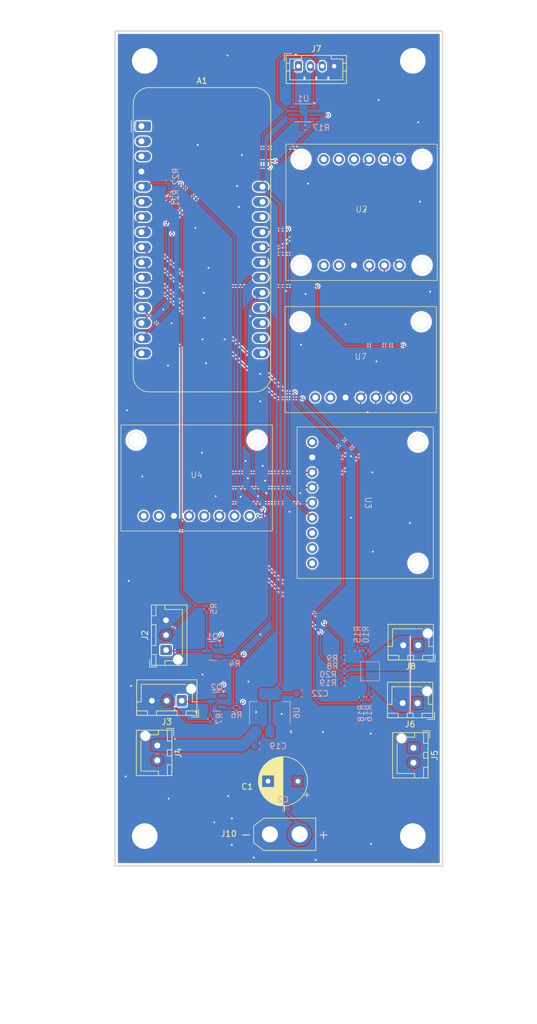
<source format=kicad_pcb>
(kicad_pcb (version 20241229) (generator "pcbnew") (generator_version "9.0")
  (layers (0 "F.Cu" signal) (4 "In1.Cu" power) (6 "In2.Cu" power) (2 "B.Cu" signal) (13 "F.Paste" user) (15 "B.Paste" user) (5 "F.SilkS" user "F.Silkscreen") (7 "B.SilkS" user "B.Silkscreen") (1 "F.Mask" user) (3 "B.Mask" user) (25 "Edge.Cuts" user))
  (net 0 "")
  (net 1 "/ALT_CS")
  (net 2 "/MAG_CS")
  (net 4 "/UART0_RX")
  (net 5 "/IMU_CS")
  (net 6 "/IMU_INT1")
  (net 8 "+5V")
  (net 9 "/PYC1")
  (net 10 "/SRV1")
  (net 11 "/MISO")
  (net 12 "/IMU_RST")
  (net 13 "/PYR1")
  (net 14 "/UART0_TX")
  (net 15 "GND")
  (net 17 "/PYC2")
  (net 18 "/VINSENSE")
  (net 21 "/PYR2")
  (net 22 "/SCK")
  (net 24 "/MOSI")
  (net 25 "/SRV2")
  (net 26 "/SD_CS")
  (net 28 "+3V3")
  (net 29 "VIN")
  (net 30 "/SRV1O")
  (net 31 "/SRV2O")
  (net 32 "VBAT")
  (net 33 "/PYO1")
  (net 34 "VPYRO")
  (net 35 "/RX0")
  (net 36 "/TX0")
  (net 37 "/PYO2")
  (net 38 "Net-(U5B-G)")
  (net 39 "/UART_EN")
  (net 40 "Net-(U5A-G)")
  (footprint "MountingHole:MountingHole_4.3mm_M4_DIN965_Pad_TopBottom" (layer "F.Cu") (at 130.5 25)
    (property "Reference" "H3" (hide yes))
    (property "Value" "MountingHole_Pad" (hide yes))
  )
  (footprint "MountingHole:MountingHole_4.3mm_M4_DIN965_Pad_TopBottom" (layer "F.Cu") (at 175.5 25)
    (property "Reference" "H4" (hide yes))
    (property "Value" "MountingHole_Pad" (hide yes))
  )
  (footprint "Connector_JST:JST_XH_B2B-XH-AM_1x02_P2.50mm_Vertical" (layer "F.Cu") (at 176.4 123 180)
    (property "Reference" "J8")
    (property "Value" "PYRO 2")
  )
  (footprint "MountingHole:MountingHole_4.3mm_M4_DIN965_Pad_TopBottom" (layer "F.Cu") (at 130.5 155)
    (property "Reference" "H1" (hide yes))
    (property "Value" "MountingHole_Pad" (hide yes))
  )
  (footprint "Connector_AMASS:AMASS_XT30U-F_1x02_P5.0mm_Vertical" (layer "F.Cu") (at 151.5 154.7)
    (property "Reference" "J10")
    (property "Value" "BATT")
  )
  (footprint "AdafruitBreakouts:BNO085_Breakout_Footprint" (layer "F.Cu") (at 166.9 50.4)
    (property "Reference" "U2")
    (property "Value" "BNO085")
    (fp_circle (center -10.16 -8.89) (end -8.86 -8.89) (stroke (width 0.05)) (fill no) (layer "Edge.Cuts"))
    (fp_circle (center -10.16 8.89) (end -8.86 8.89) (stroke (width 0.05)) (fill no) (layer "Edge.Cuts"))
    (fp_circle (center 10.16 -8.89) (end 11.46 -8.89) (stroke (width 0.05)) (fill no) (layer "Edge.Cuts"))
    (fp_circle (center 10.16 8.89) (end 11.46 8.89) (stroke (width 0.05)) (fill no) (layer "Edge.Cuts"))
  )
  (footprint "Capacitor_THT:CP_Radial_D8.0mm_P5.00mm" (layer "F.Cu") (at 156.202651 145.8 180)
    (property "Reference" "C1")
    (property "Value" "100uF" (hide yes))
  )
  (footprint "Connector_JST:JST_XH_B2B-XH-AM_1x02_P2.50mm_Vertical" (layer "F.Cu") (at 175.6 140.2 -90)
    (property "Reference" "J5")
    (property "Value" "PYRO ARM")
  )
  (footprint "Connector_JST:JST_XH_B2B-XH-AM_1x02_P2.50mm_Vertical" (layer "F.Cu") (at 132.6 139.8 -90)
    (property "Reference" "J4")
    (property "Value" "ELEC ARM")
  )
  (footprint "Connector_JST:JST_XH_B3B-XH-AM_1x03_P2.50mm_Vertical" (layer "F.Cu") (at 134.075 123.8 90)
    (property "Reference" "J2")
    (property "Value" "SRV 1")
  )
  (footprint "Connector_JST:JST_PH_B4B-PH-K_1x04_P2.00mm_Vertical" (layer "F.Cu") (at 156.3 25.9)
    (property "Reference" "J7")
    (property "Value" "UART1 5V")
  )
  (footprint "AdafruitBreakouts:LIS2MDL_Breakout_Footprint" (layer "F.Cu") (at 166.75 75.1)
    (property "Reference" "U7")
    (property "Value" "LIS2MDL")
    (fp_circle (center -10.16 -6.35) (end -8.86 -6.35) (stroke (width 0.05)) (fill no) (layer "Edge.Cuts"))
    (fp_circle (center 10.16 -6.35) (end 11.46 -6.35) (stroke (width 0.05)) (fill no) (layer "Edge.Cuts"))
  )
  (footprint "AdafruitBreakouts:SD_Breakout_Footprint" (layer "F.Cu") (at 167.5 99.1 -90)
    (property "Reference" "U3")
    (property "Value" "SD")
    (fp_circle (center -10.16 -8.86) (end -8.86 -8.86) (stroke (width 0.05)) (fill no) (layer "Edge.Cuts"))
    (fp_circle (center 10.16 -8.86) (end 11.46 -8.86) (stroke (width 0.05)) (fill no) (layer "Edge.Cuts"))
  )
  (footprint "MountingHole:MountingHole_4.3mm_M4_DIN965_Pad_TopBottom" (layer "F.Cu") (at 175.5 155)
    (property "Reference" "H2" (hide yes))
    (property "Value" "MountingHole_Pad" (hide yes))
  )
  (footprint "AdafruitBreakouts:BMP390_Breakout_Footprint" (layer "F.Cu") (at 139.21 94.95)
    (property "Reference" "U4")
    (property "Value" "BMP390")
    (fp_circle (center -10.16 -6.35) (end -8.86 -6.35) (stroke (width 0.05)) (fill no) (layer "Edge.Cuts"))
    (fp_circle (center 10.16 -6.35) (end 11.46 -6.35) (stroke (width 0.05)) (fill no) (layer "Edge.Cuts"))
  )
  (footprint "Connector_JST:JST_XH_B2B-XH-AM_1x02_P2.50mm_Vertical" (layer "F.Cu") (at 176.3 132.7 180)
    (property "Reference" "J6")
    (property "Value" "PYRO 1")
  )
  (footprint "Connector_JST:JST_XH_B3B-XH-AM_1x03_P2.50mm_Vertical" (layer "F.Cu") (at 136.7 132.3 180)
    (property "Reference" "J3")
    (property "Value" "SRV 2")
  )
  (footprint "Module:Adafruit_Feather" (layer "F.Cu") (at 129.9475 35.95)
    (property "Reference" "A1")
    (property "Value" "Adafruit_Feather_Generic")
  )
  (footprint "Capacitor_SMD:C_0603_1608Metric" (layer "B.Cu") (at 153.72 150.3 180)
    (property "Reference" "C2")
    (property "Value" "10uF" (hide yes))
  )
  (footprint "Resistor_SMD:R_0402_1005Metric" (layer "B.Cu") (at 141.5 135.31 -90)
    (property "Reference" "R7")
    (property "Value" "10k" (hide yes))
  )
  (footprint "Resistor_SMD:R_0402_1005Metric" (layer "B.Cu") (at 163.99 128.1 180)
    (property "Reference" "R20")
    (property "Value" "1k" (hide yes))
  )
  (footprint "Resistor_SMD:R_0402_1005Metric" (layer "B.Cu") (at 145.9 133.5)
    (property "Reference" "R6")
    (property "Value" "10k" (hide yes))
  )
  (footprint "Resistor_SMD:R_0402_1005Metric" (layer "B.Cu") (at 168.1 131.7 -90)
    (property "Reference" "R16")
    (property "Value" "180k" (hide yes))
  )
  (footprint "Resistor_SMD:R_0402_1005Metric" (layer "B.Cu") (at 140.9 116.89 90)
    (property "Reference" "R5")
    (property "Value" "10k" (hide yes))
  )
  (footprint "Package_TO_SOT_SMD:SOT-23" (layer "B.Cu") (at 142.5625 132.45 180)
    (property "Reference" "Q2")
    (property "Value" "BSS138" (hide yes))
  )
  (footprint "Package_TO_SOT_SMD:SOT-23" (layer "B.Cu") (at 141.8625 123.95 180)
    (property "Reference" "Q1")
    (property "Value" "BSS138" (hide yes))
  )
  (footprint "Capacitor_SMD:C_0603_1608Metric" (layer "B.Cu") (at 156.825 131.1)
    (property "Reference" "C22")
    (property "Value" "22uF" (hide yes))
  )
  (footprint "Capacitor_SMD:C_0603_1608Metric" (layer "B.Cu") (at 149.72 139.9)
    (property "Reference" "C19")
    (property "Value" "10uF" (hide yes))
  )
  (footprint "FCU2025Lib:SQJ500AEP-T1_GE3_VIS" (layer "B.Cu") (at 168.12 127.375)
    (property "Reference" "U5" (hide yes))
    (property "Value" "~" (hide yes))
  )
  (footprint "Package_SO:SSOP-8_2.95x2.8mm_P0.65mm" (layer "B.Cu") (at 157.1 33.725 180)
    (property "Reference" "U1")
    (property "Value" "TXS0102DCT" (hide yes))
  )
  (footprint "Resistor_SMD:R_0402_1005Metric" (layer "B.Cu") (at 163.99 129.4)
    (property "Reference" "R19")
    (property "Value" "3.3k" (hide yes))
  )
  (footprint "Resistor_SMD:R_0402_1005Metric" (layer "B.Cu") (at 167.6 123.9 90)
    (property "Reference" "R10")
    (property "Value" "180k" (hide yes))
  )
  (footprint "Resistor_SMD:R_0402_1005Metric" (layer "B.Cu") (at 134.5 47.6 90)
    (property "Reference" "R21")
    (property "Value" "180k" (hide yes))
  )
  (footprint "Resistor_SMD:R_0402_1005Metric" (layer "B.Cu") (at 164 126.5 180)
    (property "Reference" "R8")
    (property "Value" "1k" (hide yes))
  )
  (footprint "Resistor_SMD:R_0402_1005Metric" (layer "B.Cu") (at 145.6 124.9)
    (property "Reference" "R4")
    (property "Value" "10k" (hide yes))
  )
  (footprint "Resistor_SMD:R_0402_1005Metric" (layer "B.Cu") (at 157.4 36.2 180)
    (property "Reference" "R17")
    (property "Value" "10k" (hide yes))
  )
  (footprint "Resistor_SMD:R_0402_1005Metric" (layer "B.Cu") (at 166.9 131.71 -90)
    (property "Reference" "R18")
    (property "Value" "56k" (hide yes))
  )
  (footprint "Package_TO_SOT_SMD:SOT-223-3_TabPin2" (layer "B.Cu") (at 151.5 134.35 90)
    (property "Reference" "U6")
    (property "Value" "AMS1117-5.0" (hide yes))
  )
  (footprint "Resistor_SMD:R_0402_1005Metric" (layer "B.Cu") (at 164 125.1)
    (property "Reference" "R9")
    (property "Value" "3.3k" (hide yes))
  )
  (footprint "Resistor_SMD:R_0402_1005Metric" (layer "B.Cu") (at 134.5 45.1 -90)
    (property "Reference" "R22")
    (property "Value" "56k" (hide yes))
  )
  (footprint "Resistor_SMD:R_0402_1005Metric" (layer "B.Cu") (at 166.2 123.9 90)
    (property "Reference" "R15")
    (property "Value" "56k" (hide yes))
  )
  (gr_rect (start 125.5 20) (end 180.5 160) (stroke (width 0.2)) (fill no) (layer "Edge.Cuts"))
  (segment (start 133.55 48.65) (end 129.9475 48.65) (width 0.25) (layer "F.Cu") (net 1))
  (segment (start 136.6 45.6) (end 133.55 48.65) (width 0.25) (layer "F.Cu") (net 1))
  (via (at 136.6 45.6) (size 0.6) (drill 0.3) (layers "F.Cu" "B.Cu") (net 1))
  (segment (start 145.56 101.3) (end 145.56 54.56) (width 0.25) (layer "B.Cu") (net 1))
  (segment (start 145.56 54.56) (end 136.6 45.6) (width 0.25) (layer "B.Cu") (net 1))
  (segment (start 128.6215 54.196404) (end 128.6215 52.516) (width 0.25) (layer "F.Cu") (net 2))
  (segment (start 174.37 73.17) (end 173.9 72.7) (width 0.25) (layer "F.Cu") (net 2))
  (segment (start 174.37 81.45) (end 174.37 73.17) (width 0.25) (layer "F.Cu") (net 2))
  (segment (start 159.464 62.764) (end 138.833904 62.764) (width 0.25) (layer "F.Cu") (net 2))
  (segment (start 129.325096 54.9) (end 128.6215 54.196404) (width 0.25) (layer "F.Cu") (net 2))
  (segment (start 130.969904 54.9) (end 129.325096 54.9) (width 0.25) (layer "F.Cu") (net 2))
  (segment (start 159.5 62.8) (end 159.464 62.764) (width 0.25) (layer "F.Cu") (net 2))
  (segment (start 128.6215 52.516) (end 129.9475 51.19) (width 0.25) (layer "F.Cu") (net 2))
  (segment (start 138.833904 62.764) (end 130.969904 54.9) (width 0.25) (layer "F.Cu") (net 2))
  (via (at 159.5 62.8) (size 0.6) (drill 0.3) (layers "F.Cu" "B.Cu") (net 2))
  (via (at 173.9 72.7) (size 0.6) (drill 0.3) (layers "F.Cu" "B.Cu") (net 2))
  (segment (start 164.1 72.7) (end 173.9 72.7) (width 0.25) (layer "B.Cu") (net 2))
  (segment (start 159.5 62.8) (end 159.5 68.1) (width 0.25) (layer "B.Cu") (net 2))
  (segment (start 159.5 68.1) (end 164.1 72.7) (width 0.25) (layer "B.Cu") (net 2))
  (segment (start 134.1 52.3) (end 144.6 41.8) (width 0.25) (layer "F.Cu") (net 4))
  (segment (start 144.6 41.8) (end 152.4 41.8) (width 0.25) (layer "F.Cu") (net 4))
  (via (at 152.4 41.8) (size 0.6) (drill 0.3) (layers "F.Cu" "B.Cu") (net 4))
  (via (at 134.1 52.3) (size 0.6) (drill 0.3) (layers "F.Cu" "B.Cu") (net 4))
  (segment (start 158.8 36.285694) (end 158.8 34.7) (width 0.25) (layer "B.Cu") (net 4))
  (segment (start 134.1 64.8175) (end 134.1 52.3) (width 0.25) (layer "B.Cu") (net 4))
  (segment (start 153.285694 41.8) (end 158.8 36.285694) (width 0.25) (layer "B.Cu") (net 4))
  (segment (start 152.4 41.8) (end 153.285694 41.8) (width 0.25) (layer "B.Cu") (net 4))
  (segment (start 129.9475 68.97) (end 134.1 64.8175) (width 0.25) (layer "B.Cu") (net 4))
  (segment (start 144.0935 39.584) (end 129.9475 53.73) (width 0.25) (layer "F.Cu") (net 5))
  (segment (start 171.324 39.584) (end 144.0935 39.584) (width 0.25) (layer "F.Cu") (net 5))
  (segment (start 173.25 41.51) (end 171.324 39.584) (width 0.25) (layer "F.Cu") (net 5))
  (segment (start 171.324 57.364) (end 151.7135 57.364) (width 0.25) (layer "F.Cu") (net 6))
  (segment (start 173.25 59.29) (end 171.324 57.364) (width 0.25) (layer "F.Cu") (net 6))
  (segment (start 151.7135 57.364) (end 150.2675 58.81) (width 0.25) (layer "F.Cu") (net 6))
  (segment (start 152.8 24.9) (end 152.8 31.752) (width 0.25) (layer "B.Cu") (net 8))
  (segment (start 151.6 131.1) (end 151.5 131.2) (width 0.25) (layer "B.Cu") (net 8))
  (segment (start 151.5 131.2) (end 152.5 130.2) (width 0.25) (layer "B.Cu") (net 8))
  (segment (start 153.3 129.4) (end 153.3 49.1425) (width 0.5) (layer "B.Cu") (net 8))
  (segment (start 152.8 31.752) (end 154.448 33.4) (width 0.25) (layer "B.Cu") (net 8))
  (segment (start 153.6 24.1) (end 152.8 24.9) (width 0.25) (layer "B.Cu") (net 8))
  (segment (start 150.2675 37.5805) (end 154.448 33.4) (width 0.25) (layer "B.Cu") (net 8))
  (segment (start 151.5 137.5) (end 151.5 131.2) (width 0.5) (layer "B.Cu") (net 8))
  (segment (start 150.2675 46.11) (end 150.2675 37.5805) (width 0.25) (layer "B.Cu") (net 8))
  (segment (start 154.448 33.4) (end 155.4 33.4) (width 0.25) (layer "B.Cu") (net 8))
  (segment (start 160.3 25.9) (end 158.5 24.1) (width 0.25) (layer "B.Cu") (net 8))
  (segment (start 158.5 24.1) (end 153.6 24.1) (width 0.25) (layer "B.Cu") (net 8))
  (segment (start 152.5 130.2) (end 153.3 129.4) (width 0.5) (layer "B.Cu") (net 8))
  (segment (start 155.92 131.1) (end 151.6 131.1) (width 0.25) (layer "B.Cu") (net 8))
  (segment (start 153.3 49.1425) (end 150.2675 46.11) (width 0.5) (layer "B.Cu") (net 8))
  (segment (start 155.7 80.6) (end 154.2775 80.6) (width 0.25) (layer "F.Cu") (net 9))
  (segment (start 154.2775 80.6) (end 129.9475 56.27) (width 0.25) (layer "F.Cu") (net 9))
  (via (at 155.7 80.6) (size 0.6) (drill 0.3) (layers "F.Cu" "B.Cu") (net 9))
  (segment (start 155.7 82.3) (end 155.7 80.6) (width 0.25) (layer "B.Cu") (net 9))
  (segment (start 163.9 112.7) (end 163.9 90.5) (width 0.25) (layer "B.Cu") (net 9))
  (segment (start 159.9 132.8) (end 159 131.9) (width 0.25) (layer "B.Cu") (net 9))
  (segment (start 166.32 132.8) (end 159.9 132.8) (width 0.25) (layer "B.Cu") (net 9))
  (segment (start 158.9 117.7) (end 163.9 112.7) (width 0.25) (layer "B.Cu") (net 9))
  (segment (start 158.9 131.9) (end 158.9 117.7) (width 0.25) (layer "B.Cu") (net 9))
  (segment (start 168.09 132.22) (end 168.1 132.21) (width 0.25) (layer "B.Cu") (net 9))
  (segment (start 159 131.9) (end 158.9 131.9) (width 0.25) (layer "B.Cu") (net 9))
  (segment (start 166.9 132.22) (end 166.32 132.8) (width 0.25) (layer "B.Cu") (net 9))
  (segment (start 166.9 132.22) (end 168.09 132.22) (width 0.25) (layer "B.Cu") (net 9))
  (segment (start 163.9 90.5) (end 155.7 82.3) (width 0.25) (layer "B.Cu") (net 9))
  (segment (start 151.5935 118.3965) (end 151.5935 70.296) (width 0.25) (layer "B.Cu") (net 10))
  (segment (start 151.5935 70.296) (end 150.2675 68.97) (width 0.25) (layer "B.Cu") (net 10))
  (segment (start 145.09 124.9) (end 151.5935 118.3965) (width 0.25) (layer "B.Cu") (net 10))
  (segment (start 142.8 124.9) (end 145.09 124.9) (width 0.25) (layer "B.Cu") (net 10))
  (segment (start 145.22 96.56) (end 140.48 101.3) (width 0.2) (layer "F.Cu") (net 11))
  (segment (start 170.71 80.03) (end 170.71 59.29) (width 0.2) (layer "F.Cu") (net 11))
  (segment (start 137.46324 102.451) (end 136.551 101.53876) (width 0.2) (layer "F.Cu") (net 11))
  (segment (start 169.29 85.88) (end 158.61 96.56) (width 0.2) (layer "F.Cu") (net 11))
  (segment (start 169.29 81.45) (end 169.29 85.88) (width 0.2) (layer "F.Cu") (net 11))
  (segment (start 136.551 73.0335) (end 129.9475 66.43) (width 0.2) (layer "F.Cu") (net 11))
  (segment (start 136.551 101.53876) (end 136.551 73.0335) (width 0.2) (layer "F.Cu") (net 11))
  (segment (start 140.48 101.3) (end 139.329 102.451) (width 0.2) (layer "F.Cu") (net 11))
  (segment (start 158.61 96.56) (end 145.22 96.56) (width 0.2) (layer "F.Cu") (net 11))
  (segment (start 139.329 102.451) (end 137.46324 102.451) (width 0.2) (layer "F.Cu") (net 11))
  (segment (start 169.29 81.45) (end 170.71 80.03) (width 0.2) (layer "F.Cu") (net 11))
  (segment (start 168.17 41.51) (end 153.41 56.27) (width 0.25) (layer "F.Cu") (net 12))
  (segment (start 153.41 56.27) (end 150.2675 56.27) (width 0.25) (layer "F.Cu") (net 12))
  (segment (start 149.49774 101.3) (end 149.49774 110.29774) (width 0.25) (layer "F.Cu") (net 13))
  (segment (start 149.49774 110.29774) (end 160 120.8) (width 0.25) (layer "F.Cu") (net 13))
  (via (at 149.49774 101.3) (size 0.6) (drill 0.3) (layers "F.Cu" "B.Cu") (net 13))
  (via (at 160 120.8) (size 0.6) (drill 0.3) (layers "F.Cu" "B.Cu") (net 13))
  (segment (start 163.48 128.1) (end 163.48 129.4) (width 0.25) (layer "B.Cu") (net 13))
  (segment (start 148.6 96.15) (end 148.6 90.7) (width 0.25) (layer "B.Cu") (net 13))
  (segment (start 151.026 98.576) (end 148.6 96.15) (width 0.25) (layer "B.Cu") (net 13))
  (segment (start 147.444 89.544) (end 147.444 66.7135) (width 0.25) (layer "B.Cu") (net 13))
  (segment (start 160 124.62) (end 160 120.8) (width 0.25) (layer "B.Cu") (net 13))
  (segment (start 150.3 101.3) (end 151.026 100.574) (width 0.25) (layer "B.Cu") (net 13))
  (segment (start 148.6 90.7) (end 147.444 89.544) (width 0.25) (layer "B.Cu") (net 13))
  (segment (start 147.444 66.7135) (end 150.2675 63.89) (width 0.25) (layer "B.Cu") (net 13))
  (segment (start 149.49774 101.3) (end 150.3 101.3) (width 0.25) (layer "B.Cu") (net 13))
  (segment (start 163.48 128.1) (end 160 124.62) (width 0.25) (layer "B.Cu") (net 13))
  (segment (start 151.026 100.574) (end 151.026 98.576) (width 0.25) (layer "B.Cu") (net 13))
  (segment (start 135.1 54) (end 135.1 52.2) (width 0.25) (layer "F.Cu") (net 14))
  (segment (start 135.1 52.2) (end 144.5 42.8) (width 0.25) (layer "F.Cu") (net 14))
  (segment (start 144.5 42.8) (end 151.5 42.8) (width 0.25) (layer "F.Cu") (net 14))
  (via (at 151.5 42.8) (size 0.6) (drill 0.3) (layers "F.Cu" "B.Cu") (net 14))
  (via (at 135.1 54) (size 0.6) (drill 0.3) (layers "F.Cu" "B.Cu") (net 14))
  (segment (start 135.1 54) (end 135.1 66.3575) (width 0.25) (layer "B.Cu") (net 14))
  (segment (start 155.4 34.7) (end 151.5 38.6) (width 0.25) (layer "B.Cu") (net 14))
  (segment (start 135.1 66.3575) (end 129.9475 71.51) (width 0.25) (layer "B.Cu") (net 14))
  (segment (start 151.5 38.6) (end 151.5 42.8) (width 0.25) (layer "B.Cu") (net 14))
  (via (at 168.7 94) (size 0.6) (drill 0.3) (layers "F.Cu" "B.Cu") (net 15))
  (via (at 146.3 49.5) (size 0.6) (drill 0.3) (layers "F.Cu" "B.Cu") (net 15))
  (via (at 149.9 82.1) (size 0.6) (drill 0.3) (layers "F.Cu" "B.Cu") (net 15))
  (via (at 140.2 127.9) (size 0.6) (drill 0.3) (layers "F.Cu" "B.Cu") (net 15))
  (via (at 178.4 63.7) (size 0.6) (drill 0.3) (layers "F.Cu" "B.Cu") (net 15))
  (via (at 144.5 148.3) (size 0.6) (drill 0.3) (layers "F.Cu" "B.Cu") (net 15))
  (via (at 147.4 92.1) (size 0.6) (drill 0.3) (layers "F.Cu" "B.Cu") (net 15))
  (via (at 167.9 83.9) (size 0.6) (drill 0.3) (layers "F.Cu" "B.Cu") (net 15))
  (via (at 157.9 45.6) (size 0.6) (drill 0.3) (layers "F.Cu" "B.Cu") (net 15))
  (via (at 154.2 63.6) (size 0.6) (drill 0.3) (layers "F.Cu" "B.Cu") (net 15))
  (via (at 146.8 40.8) (size 0.6) (drill 0.3) (layers "F.Cu" "B.Cu") (net 15))
  (via (at 150.9 97.5) (size 0.6) (drill 0.3) (layers "F.Cu" "B.Cu") (net 15))
  (via (at 169.4 75.4) (size 0.6) (drill 0.3) (layers "F.Cu" "B.Cu") (net 15))
  (via (at 140.4 63.9) (size 0.6) (drill 0.3) (layers "F.Cu" "B.Cu") (net 15))
  (via (at 149.2 134.2) (size 0.6) (drill 0.3) (layers "F.Cu" "B.Cu") (net 15))
  (via (at 165.1 91.3) (size 0.6) (drill 0.3) (layers "F.Cu" "B.Cu") (net 15))
  (via (at 154.8 100.6) (size 0.6) (drill 0.3) (layers "F.Cu" "B.Cu") (net 15))
  (via (at 175 102.5) (size 0.6) (drill 0.3) (layers "F.Cu" "B.Cu") (net 15))
  (via (at 153.5 134.5) (size 0.6) (drill 0.3) (layers "F.Cu" "B.Cu") (net 15))
  (via (at 176.7 48.6) (size 0.6) (drill 0.3) (layers "F.Cu" "B.Cu") (net 15))
  (via (at 149.9 121.2) (size 0.6) (drill 0.3) (layers "F.Cu" "B.Cu") (net 15))
  (via (at 142.4 98) (size 0.6) (drill 0.3) (layers "F.Cu" "B.Cu") (net 15))
  (via (at 169.753648 31.545905) (size 0.6) (drill 0.3) (layers "F.Cu" "B.Cu") (net 15))
  (via (at 130.1 94.7) (size 0.6) (drill 0.3) (layers "F.Cu" "B.Cu") (net 15))
  (via (at 127.8 112.2) (size 0.6) (drill 0.3) (layers "F.Cu" "B.Cu") (net 15))
  (via (at 168.8 107.3) (size 0.6) (drill 0.3) (layers "F.Cu" "B.Cu") (net 15))
  (via (at 140.5 68.1) (size 0.6) (drill 0.3) (layers "F.Cu" "B.Cu") (net 15))
  (via (at 147.8 95) (size 0.6) (drill 0.3) (layers "F.Cu" "B.Cu") (net 15))
  (via (at 156.6 97.5) (size 0.6) (drill 0.3) (layers "F.Cu" "B.Cu") (net 15))
  (via (at 150.301362 92.910649) (size 0.6) (drill 0.3) (layers "F.Cu" "B.Cu") (net 15))
  (via (at 134.521413 148.709119) (size 0.6) (drill 0.3) (layers "F.Cu" "B.Cu") (net 15))
  (via (at 157.5 64.1) (size 0.6) (drill 0.3) (layers "F.Cu" "B.Cu") (net 15))
  (via (at 133.6 66.7) (size 0.6) (drill 0.3) (layers "F.Cu" "B.Cu") (net 15))
  (via (at 134.4 76.1) (size 0.6) (drill 0.3) (layers "F.Cu" "B.Cu") (net 15))
  (via (at 140.8 75.7) (size 0.6) (drill 0.3) (layers "F.Cu" "B.Cu") (net 15))
  (via (at 176.4 35.3) (size 0.6) (drill 0.3) (layers "F.Cu" "B.Cu") (net 15))
  (via (at 156.7 72.6) (size 0.6) (drill 0.3) (layers "F.Cu" "B.Cu") (net 15))
  (via (at 167.5 50) (size 0.6) (drill 0.3) (layers "F.Cu" "B.Cu") (net 15))
  (via (at 145.108175 156.480253) (size 0.6) (drill 0.3) (layers "F.Cu" "B.Cu") (net 15))
  (via (at 146 46) (size 0.6) (drill 0.3) (layers "F.Cu" "B.Cu") (net 15))
  (via (at 168.432954 137.813374) (size 0.6) (drill 0.3) (layers "F.Cu" "B.Cu") (net 15))
  (via (at 139 53) (size 0.6) (drill 0.3) (layers "F.Cu" "B.Cu") (net 15))
  (via (at 141.2 59.7) (size 0.6) (drill 0.3) (layers "F.Cu" "B.Cu") (net 15))
  (via (at 148.2 67.8) (size 0.6) (drill 0.3) (layers "F.Cu" "B.Cu") (net 15))
  (via (at 144.4 24.1) (size 0.6) (drill 0.3) (layers "F.Cu" "B.Cu") (net 15))
  (via (at 148.8 158.6) (size 0.6) (drill 0.3) (layers "F.Cu" "B.Cu") (net 15))
  (via (at 159.2 159) (size 0.6) (drill 0.3) (layers "F.Cu" "B.Cu") (net 15))
  (via (at 150.7 95.4) (size 0.6) (drill 0.3) (layers "F.Cu" "B.Cu") (net 15))
  (via (at 128.2 129.8) (size 0.6) (drill 0.3) (layers "F.Cu" "B.Cu") (net 15))
  (via (at 139.1 134.2) (size 0.6) (drill 0.3) (layers "F.Cu" "B.Cu") (net 15))
  (via (at 127.5 83.6) (size 0.6) (drill 0.3) (layers "F.Cu" "B.Cu") (net 15))
  (via (at 165.1 101.6) (size 0.6) (drill 0.3) (layers "F.Cu" "B.Cu") (net 15))
  (via (at 139.4 39.1) (size 0.6) (drill 0.3) (layers "F.Cu" "B.Cu") (net 15))
  (via (at 164.2 69.2) (size 0.6) (drill 0.3) (layers "F.Cu" "B.Cu") (net 15))
  (via (at 168.5 156.3) (size 0.6) (drill 0.3) (layers "F.Cu" "B.Cu") (net 15))
  (via (at 147.9 129.1) (size 0.6) (drill 0.3) (layers "F.Cu" "B.Cu") (net 15))
  (via (at 145.1307 152.020298) (size 0.6) (drill 0.3) (layers "F.Cu" "B.Cu") (net 15))
  (via (at 146.6 98.1) (size 0.6) (drill 0.3) (layers "F.Cu" "B.Cu") (net 15))
  (via (at 140.2 71.7) (size 0.6) (drill 0.3) (layers "F.Cu" "B.Cu") (net 15))
  (via (at 142.179922 152.696048) (size 0.6) (drill 0.3) (layers "F.Cu" "B.Cu") (net 15))
  (via (at 135 69) (size 0.6) (drill 0.3) (layers "F.Cu" "B.Cu") (net 15))
  (via (at 143.9 71.7) (size 0.6) (drill 0.3) (layers "F.Cu" "B.Cu") (net 15))
  (via (at 140.1 90.7) (size 0.6) (drill 0.3) (layers "F.Cu" "B.Cu") (net 15))
  (via (at 160.408427 137.52753) (size 0.6) (drill 0.3) (layers "F.Cu" "B.Cu") (net 15))
  (via (at 127.3 145) (size 0.6) (drill 0.3) (layers "F.Cu" "B.Cu") (net 15))
  (via (at 149.5 98) (size 0.6) (drill 0.3) (layers "F.Cu" "B.Cu") (net 15))
  (via (at 149.9 77.5) (size 0.6) (drill 0.3) (layers "F.Cu" "B.Cu") (net 15))
  (segment (start 157 81.6) (end 152.7375 81.6) (width 0.25) (layer "F.Cu") (net 17))
  (segment (start 152.7375 81.6) (end 129.9475 58.81) (width 0.25) (layer "F.Cu") (net 17))
  (via (at 157 81.6) (size 0.6) (drill 0.3) (layers "F.Cu" "B.Cu") (net 17))
  (segment (start 166.2 123.39) (end 167.6 123.39) (width 0.25) (layer "B.Cu") (net 17))
  (segment (start 166.2 123.39) (end 166.2 90.8) (width 0.25) (layer "B.Cu") (net 17))
  (segment (start 166.2 90.8) (end 157 81.6) (width 0.25) (layer "B.Cu") (net 17))
  (segment (start 134.5 47.09) (end 134.5 45.61) (width 0.25) (layer "B.Cu") (net 18))
  (segment (start 134.5 45.61) (end 130.4475 45.61) (width 0.25) (layer "B.Cu") (net 18))
  (segment (start 130.4475 45.61) (end 129.9475 46.11) (width 0.25) (layer "B.Cu") (net 18))
  (segment (start 150.4 109.1) (end 150.4 100.2) (width 0.25) (layer "F.Cu") (net 21))
  (segment (start 160.6 119.3) (end 150.4 109.1) (width 0.25) (layer "F.Cu") (net 21))
  (via (at 160.6 119.3) (size 0.6) (drill 0.3) (layers "F.Cu" "B.Cu") (net 21))
  (via (at 150.4 100.2) (size 0.6) (drill 0.3) (layers "F.Cu" "B.Cu") (net 21))
  (segment (start 146.6 96.4) (end 146.6 62.8) (width 0.25) (layer "B.Cu") (net 21))
  (segment (start 163.49 126.5) (end 163.49 125.1) (width 0.25) (layer "B.Cu") (net 21))
  (segment (start 146.6 62.8) (end 148.05 61.35) (width 0.25) (layer "B.Cu") (net 21))
  (segment (start 163.49 125.1) (end 163.49 122.19) (width 0.25) (layer "B.Cu") (net 21))
  (segment (start 163.49 122.19) (end 160.6 119.3) (width 0.25) (layer "B.Cu") (net 21))
  (segment (start 148.05 61.35) (end 150.2675 61.35) (width 0.25) (layer "B.Cu") (net 21))
  (segment (start 150.4 100.2) (end 146.6 96.4) (width 0.25) (layer "B.Cu") (net 21))
  (segment (start 131.05 61.35) (end 129.9475 61.35) (width 0.2) (layer "F.Cu") (net 22))
  (segment (start 166.75 81.45) (end 168.17 80.03) (width 0.2) (layer "F.Cu") (net 22))
  (segment (start 137.94 68.24) (end 131.05 61.35) (width 0.2) (layer "F.Cu") (net 22))
  (segment (start 166.75 85.88) (end 166.75 81.45) (width 0.2) (layer "F.Cu") (net 22))
  (segment (start 145.22 94.02) (end 158.61 94.02) (width 0.2) (layer "F.Cu") (net 22))
  (segment (start 168.17 80.03) (end 168.17 59.29) (width 0.2) (layer "F.Cu") (net 22))
  (segment (start 137.94 101.3) (end 145.22 94.02) (width 0.2) (layer "F.Cu") (net 22))
  (segment (start 158.61 94.02) (end 166.75 85.88) (width 0.2) (layer "F.Cu") (net 22))
  (segment (start 137.94 101.3) (end 137.94 68.24) (width 0.2) (layer "F.Cu") (net 22))
  (segment (start 174.6 45.4) (end 170.71 41.51) (width 0.2) (layer "F.Cu") (net 24))
  (segment (start 140.52 103.8) (end 135.4 103.8) (width 0.2) (layer "F.Cu") (net 24))
  (segment (start 171.83 81.45) (end 171.83 65.57) (width 0.2) (layer "F.Cu") (net 24))
  (segment (start 128.91 63.89) (end 129.9475 63.89) (width 0.2) (layer "F.Cu") (net 24))
  (segment (start 135.4 103.8) (end 134.011 102.411) (width 0.2) (layer "F.Cu") (net 24))
  (segment (start 143.02 101.3) (end 140.52 103.8) (width 0.2) (layer "F.Cu") (net 24))
  (segment (start 134.011 84.511) (end 128.1 78.6) (width 0.2) (layer "F.Cu") (net 24))
  (segment (start 145.22 99.1) (end 158.61 99.1) (width 0.2) (layer "F.Cu") (net 24))
  (segment (start 171.83 85.88) (end 158.61 99.1) (width 0.2) (layer "F.Cu") (net 24))
  (segment (start 174.6 62.8) (end 174.6 45.4) (width 0.2) (layer "F.Cu") (net 24))
  (segment (start 171.83 65.57) (end 174.6 62.8) (width 0.2) (layer "F.Cu") (net 24))
  (segment (start 128.1 78.6) (end 128.1 64.7) (width 0.2) (layer "F.Cu") (net 24))
  (segment (start 128.1 64.7) (end 128.91 63.89) (width 0.2) (layer "F.Cu") (net 24))
  (segment (start 171.83 81.45) (end 171.83 85.88) (width 0.2) (layer "F.Cu") (net 24))
  (segment (start 143.02 101.3) (end 145.22 99.1) (width 0.2) (layer "F.Cu") (net 24))
  (segment (start 134.011 102.411) (end 134.011 84.511) (width 0.2) (layer "F.Cu") (net 24))
  (segment (start 145.39 127.095298) (end 145.39 133.5) (width 0.25) (layer "B.Cu") (net 25))
  (segment (start 150.2675 66.43) (end 152.1 68.2625) (width 0.25) (layer "B.Cu") (net 25))
  (segment (start 152.1 68.2625) (end 152.1 120.385298) (width 0.25) (layer "B.Cu") (net 25))
  (segment (start 152.1 120.385298) (end 145.39 127.095298) (width 0.25) (layer "B.Cu") (net 25))
  (segment (start 143.6 133.5) (end 143.5 133.4) (width 0.25) (layer "B.Cu") (net 25))
  (segment (start 145.39 133.5) (end 143.6 133.5) (width 0.25) (layer "B.Cu") (net 25))
  (segment (start 150.6975 53.3) (end 150.2675 53.73) (width 0.25) (layer "F.Cu") (net 26))
  (segment (start 154.5 53.3) (end 150.6975 53.3) (width 0.25) (layer "F.Cu") (net 26))
  (segment (start 154.6 53.2) (end 154.5 53.3) (width 0.25) (layer "F.Cu") (net 26))
  (via (at 154.6 53.2) (size 0.6) (drill 0.3) (layers "F.Cu" "B.Cu") (net 26))
  (segment (start 154.6 97.63) (end 158.61 101.64) (width 0.25) (layer "B.Cu") (net 26))
  (segment (start 154.6 63.114702) (end 154.826 63.340702) (width 0.25) (layer "B.Cu") (net 26))
  (segment (start 154.6 64.085298) (end 154.6 97.63) (width 0.25) (layer "B.Cu") (net 26))
  (segment (start 154.6 53.2) (end 154.6 63.114702) (width 0.25) (layer "B.Cu") (net 26))
  (segment (start 154.826 63.340702) (end 154.826 63.859298) (width 0.25) (layer "B.Cu") (net 26))
  (segment (start 154.826 63.859298) (end 154.6 64.085298) (width 0.25) (layer "B.Cu") (net 26))
  (segment (start 143.7 129.6) (end 143.8 129.5) (width 0.25) (layer "F.Cu") (net 28))
  (via (at 147 132.5) (size 0.6) (drill 0.3) (layers "F.Cu" "B.Cu") (net 28))
  (via (at 147.1 124.5) (size 0.6) (drill 0.3) (layers "F.Cu" "B.Cu") (net 28))
  (via (at 143.3 121.2) (size 0.6) (drill 0.3) (layers "F.Cu" "B.Cu") (net 28))
  (via (at 143.7 129.6) (size 0.6) (drill 0.3) (layers "F.Cu" "B.Cu") (net 28))
  (via (at 161.3 34.1) (size 0.6) (drill 0.3) (layers "F.Cu" "B.Cu") (net 28))
  (segment (start 146.41 133.09) (end 147 132.5) (width 0.25) (layer "B.Cu") (net 28))
  (segment (start 146.41 133.5) (end 146.41 133.09) (width 0.25) (layer "B.Cu") (net 28))
  (segment (start 143.5 129.8) (end 143.7 129.6) (width 0.25) (layer "B.Cu") (net 28))
  (segment (start 146.7 124.9) (end 147.1 124.5) (width 0.25) (layer "B.Cu") (net 28))
  (segment (start 142.8 123) (end 143.3 122.5) (width 0.25) (layer "B.Cu") (net 28))
  (segment (start 146.11 124.9) (end 146.7 124.9) (width 0.25) (layer "B.Cu") (net 28))
  (segment (start 143.3 122.5) (end 143.3 121.2) (width 0.25) (layer "B.Cu") (net 28))
  (segment (start 161.25 34.05) (end 161.3 34.1) (width 0.25) (layer "B.Cu") (net 28))
  (segment (start 158.8 34.05) (end 161.25 34.05) (width 0.25) (layer "B.Cu") (net 28))
  (segment (start 143.5 131.5) (end 143.5 129.8) (width 0.25) (layer "B.Cu") (net 28))
  (segment (start 137.72 135.82) (end 134.2 132.3) (width 0.2) (layer "B.Cu") (net 29))
  (segment (start 136.6 113.985) (end 136.6 50.21) (width 0.25) (layer "B.Cu") (net 29))
  (segment (start 141.5 135.82) (end 137.72 135.82) (width 0.2) (layer "B.Cu") (net 29))
  (segment (start 140.9 116.38) (end 138.995 116.38) (width 0.25) (layer "B.Cu") (net 29))
  (segment (start 138.995 116.38) (end 134.075 121.3) (width 0.25) (layer "B.Cu") (net 29))
  (segment (start 138.995 116.38) (end 136.6 113.985) (width 0.25) (layer "B.Cu") (net 29))
  (segment (start 149.24 137.54) (end 149.2 137.5) (width 0.25) (layer "B.Cu") (net 29))
  (segment (start 136.6 50.21) (end 134.5 48.11) (width 0.25) (layer "B.Cu") (net 29))
  (segment (start 146.9 139.8) (end 149.2 137.5) (width 2) (layer "B.Cu") (net 29))
  (segment (start 149.24 139.9) (end 149.24 137.54) (width 0.25) (layer "B.Cu") (net 29))
  (segment (start 132.6 139.8) (end 146.9 139.8) (width 2) (layer "B.Cu") (net 29))
  (segment (start 140.925 117.425) (end 140.9 117.4) (width 0.25) (layer "B.Cu") (net 30))
  (segment (start 140.925 123.95) (end 140.925 117.425) (width 0.25) (layer "B.Cu") (net 30))
  (segment (start 134.225 123.95) (end 134.075 123.8) (width 0.25) (layer "B.Cu") (net 30))
  (segment (start 140.925 123.95) (end 134.225 123.95) (width 0.25) (layer "B.Cu") (net 30))
  (segment (start 136.85 132.45) (end 136.7 132.3) (width 0.25) (layer "B.Cu") (net 31))
  (segment (start 141.625 132.45) (end 136.85 132.45) (width 0.25) (layer "B.Cu") (net 31))
  (segment (start 141.5 134.8) (end 141.5 132.575) (width 0.25) (layer "B.Cu") (net 31))
  (segment (start 141.5 132.575) (end 141.625 132.45) (width 0.25) (layer "B.Cu") (net 31))
  (segment (start 154.495 151.195) (end 154.495 150.3) (width 0.5) (layer "B.Cu") (net 32))
  (segment (start 156.5 154.7) (end 156.5 153.2) (width 0.5) (layer "B.Cu") (net 32))
  (segment (start 156.5 153.2) (end 154.495 151.195) (width 0.5) (layer "B.Cu") (net 32))
  (segment (start 168.1 131.19) (end 168.1 128.735) (width 0.25) (layer "B.Cu") (net 33))
  (segment (start 168.1 128.735) (end 168.765 128.07) (width 0.25) (layer "B.Cu") (net 33))
  (segment (start 158.8 26.4) (end 158.3 25.9) (width 0.25) (layer "B.Cu") (net 35))
  (segment (start 158.8 32.75) (end 158.8 26.4) (width 0.25) (layer "B.Cu") (net 35))
  (segment (start 155.4 32.75) (end 155.4 26.8) (width 0.25) (layer "B.Cu") (net 36))
  (segment (start 155.4 26.8) (end 156.3 25.9) (width 0.25) (layer "B.Cu") (net 36))
  (segment (start 167.6 125.515) (end 168.765 126.68) (width 0.25) (layer "B.Cu") (net 37))
  (segment (start 167.6 124.41) (end 167.6 125.515) (width 0.25) (layer "B.Cu") (net 37))
  (segment (start 166.8 126.4) (end 164.61 126.4) (width 0.25) (layer "B.Cu") (net 38))
  (segment (start 164.61 126.4) (end 164.51 126.5) (width 0.25) (layer "B.Cu") (net 38))
  (segment (start 156.89 36.2) (end 156.89 34.588) (width 0.25) (layer "B.Cu") (net 39))
  (segment (start 156.352 34.05) (end 155.4 34.05) (width 0.25) (layer "B.Cu") (net 39))
  (segment (start 156.89 34.588) (end 156.352 34.05) (width 0.25) (layer "B.Cu") (net 39))
  (segment (start 164.9 127.7) (end 164.5 128.1) (width 0.25) (layer "B.Cu") (net 40))
  (segment (start 166.8 127.7) (end 164.9 127.7) (width 0.25) (layer "B.Cu") (net 40))
  (zone (net 34) (net_name "VPYRO") (layer "F.Cu") (priority 1) (connect_pads yes (clearance 0.2)) (min_thickness 0.2) (fill yes (thermal_gap 0.5) (thermal_bridge_width 0.5))
    (polygon (pts (xy 175.15 132.175) (xy 175.15 121.5) (xy 179.9 121.5) (xy 179.9 141.5) (xy 177.2 141.5) (xy 175.075 141.45) (xy 173.6 141.45) (xy 173.6 139.7) (xy 175.075 136.7)))
  )
  (zone (net 32) (net_name "VBAT") (layer "F.Cu") (priority 6) (connect_pads yes (clearance 0.2)) (min_thickness 0.2) (fill yes (thermal_gap 0.5) (thermal_bridge_width 0.5))
    (polygon (pts (xy 129.4 141.3) (xy 159.2 141.3) (xy 160.5 141.9) (xy 160.5 147) (xy 160.1 147.3) (xy 154 147.1) (xy 154 145.1) (xy 153.6 144.6) (xy 130.7 144.7) (xy 129.4 143)))
  )
  (zone (net 32) (net_name "VBAT") (layer "F.Cu") (priority 4) (connect_pads yes (clearance 0.2)) (min_thickness 0.2) (fill yes (thermal_gap 0.5) (thermal_bridge_width 0.5))
    (polygon (pts (xy 179.9 145.8) (xy 159.7 158.1) (xy 154 158.1) (xy 154 141.3) (xy 159.2 141.3) (xy 179.9 141.6) (xy 179.9 141.8)))
  )
  (zone (net 29) (net_name "VIN") (layer "F.Cu") (priority 5) (connect_pads yes (clearance 0.2)) (min_thickness 0.2) (fill yes (thermal_gap 0.5) (thermal_bridge_width 0.5))
    (polygon (pts (xy 131.1 141.1) (xy 135.486113 141.050158) (xy 135.403716 133.634407) (xy 135.345945 128.435049) (xy 135.5 125.9) (xy 135.5 123.8) (xy 135.5 123.2) (xy 135.5 122.5) (xy 135.5 120) (xy 131.241146 120) (xy 130 121.758281) (xy 129.5 122.6) (xy 129.5 130) (xy 129.4 140.4) (xy 129.4 141.1) (xy 130.2 141.1) (xy 130.9 141.1)))
  )
  (zone (net 15) (net_name "GND") (layers "F.Cu" "B.Cu" "In2.Cu") (connect_pads yes (clearance 0.2)) (min_thickness 0.2) (fill yes (thermal_gap 0.5) (thermal_bridge_width 0.5))
    (polygon (pts (xy 110.8 19.1) (xy 195.1 14.8) (xy 192.5 186.1) (xy 106.2 182.3) (xy 110.8 19.3)))
  )
  (zone (net 37) (net_name "/PYO2") (layer "B.Cu") (priority 2) (connect_pads yes (clearance 0.2)) (min_thickness 0.2) (fill yes (thermal_gap 0.5) (thermal_bridge_width 0.5))
    (polygon (pts (xy 167.6 127.3) (xy 175 127.3) (xy 175 121.5) (xy 172.9 121.5) (xy 167.6 125.6)))
  )
  (zone (net 33) (net_name "/PYO1") (layer "B.Cu") (priority 3) (connect_pads yes (clearance 0.2)) (min_thickness 0.2) (fill yes (thermal_gap 0.5) (thermal_bridge_width 0.5))
    (polygon (pts (xy 167.6 127.5) (xy 175 127.5) (xy 175 134.2) (xy 172.8 134.2) (xy 167.6 129.1)))
  )
)
</source>
